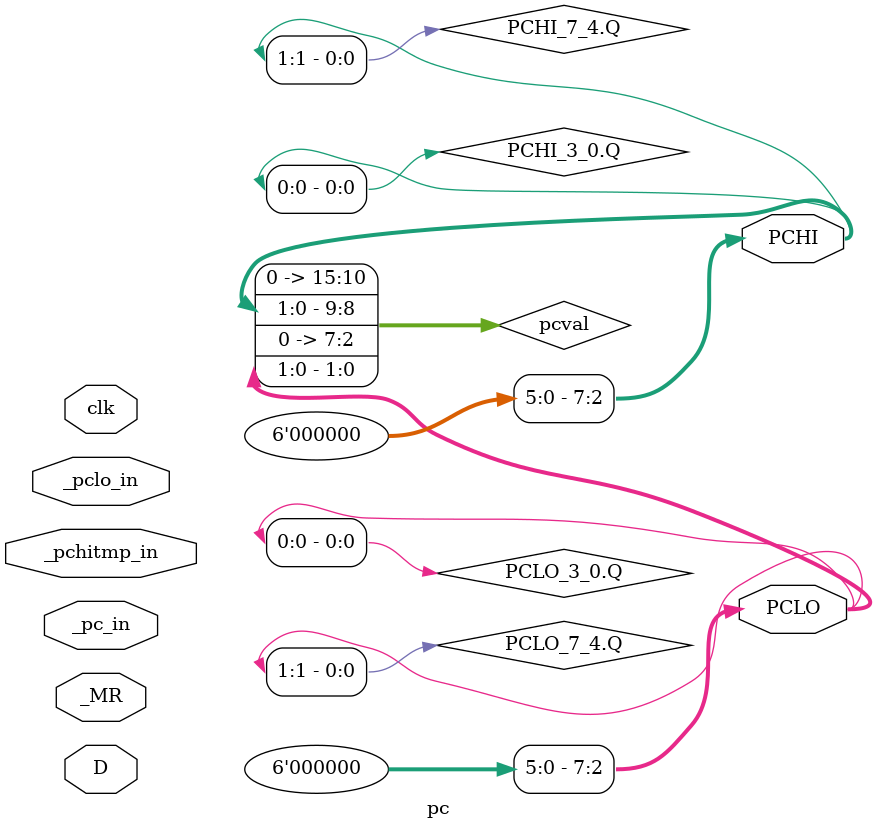
<source format=v>

`ifndef  V_PC
`define  V_PC

// ADVANCE ON +CLK

// verilator lint_off ASSIGNDLY
// verilator lint_off STMTDLY
// verilator lint_off PINMISSING

`include "../lib/assertion.v"
`include "../74377/hct74377.v"
`include "../74163/hct74163.v"

`timescale 1ns/1ns

module pc(
    input clk,
    input _MR,
    input _pchitmp_in,  // load tmp
    input _pclo_in,     // load lo
    input _pc_in,       // load hi and lo
    input [7:0] D,

    output [7:0] PCLO,
    output [7:0] PCHI
);

parameter LOG = 0;

wire [7:0] PCHITMP;

hct74377 PCHiTmpReg(
  .D, .Q(PCHITMP), .CP(clk), ._EN(_pchitmp_in)
);

// _load_pclo is synchronous and must be held low DURING a +ve clk
// In the hardware this 7408 is shared with the logic in the clock circuit.
wire _load_pclo;
and #11 and7408( _load_pclo , _pclo_in , _pc_in);

// see applications here https://www.ti.com/lit/ds/symlink/sn54ls161a-sp.pdf?ts=1599773093420&ref_url=https%253A%252F%252Fwww.google.com%252F
// see ripple mode approach - CEP/CET can be tied high because _PE overrides those and so they can be left enabled.
// feed of TC->CET chains the count enable as per the data sheet for > 4 bits counting.

// cascaded as per http://upgrade.kongju.ac.kr/data/ttl/74163.html
// naming from https://www.ti.com/lit/ds/symlink/sn74f163a.pdf
hct74163 PCLO_3_0
(
  .CP(clk),
  ._MR(_MR),
  .CEP(1'b1),
  .CET(1'b1),
  ._PE(_load_pclo),
  .D(D[3:0])
);
hct74163 PCLO_7_4
(
  .CP(clk),
  ._MR(_MR),
  .CEP(1'b1),
  .CET(PCLO_3_0.TC),
  ._PE(_load_pclo),
  .D(D[7:4])
);

hct74163 PCHI_3_0
(
  .CP(clk),
  ._MR(_MR),
  .CEP(1'b1),
  .CET(PCLO_7_4.TC),
  ._PE(_pc_in),
  .D(PCHITMP[3:0])
);
hct74163 PCHI_7_4
(
  .CP(clk),
  ._MR(_MR),
  .CEP(1'b1),
  .CET(PCHI_3_0.TC),
  ._PE(_pc_in),
  .D(PCHITMP[7:4])
);

assign PCLO = {PCLO_7_4.Q, PCLO_3_0.Q};
assign PCHI = {PCHI_7_4.Q, PCHI_3_0.Q};

// for logging
wire [15:0] pcval = {PCHI, PCLO};

if (LOG) always @(posedge clk)
begin
  if (~_MR)
  begin
    $display("%9t ", $time, "PC RESET ");
  end
    else
  begin
    $display("%9t ", $time, "PC TICK _MR=%1b ", _MR);
  end
end

if (LOG) always @(*) begin
  $display("%9t ", $time, "PC       ",
      "PC=%2x:%2x PCHITMP=%2x ",
      PCHI, PCLO, PCHITMP,
      "clk=%1b ",  clk, 
      "_MR=%1b ",  _MR, 
      " _pclo_in=%1b _pc_in=%1b _load_pclo=%1b _pchitmp_in=%1b     Din=%8b ",
      _pclo_in, _pc_in, _load_pclo, _pchitmp_in, D 
      );
end
// verilator lint_on ASSIGNDLY
// verilator lint_on STMTDLY
// verilator lint_on PINMISSING

endmodule :pc

`endif

</source>
